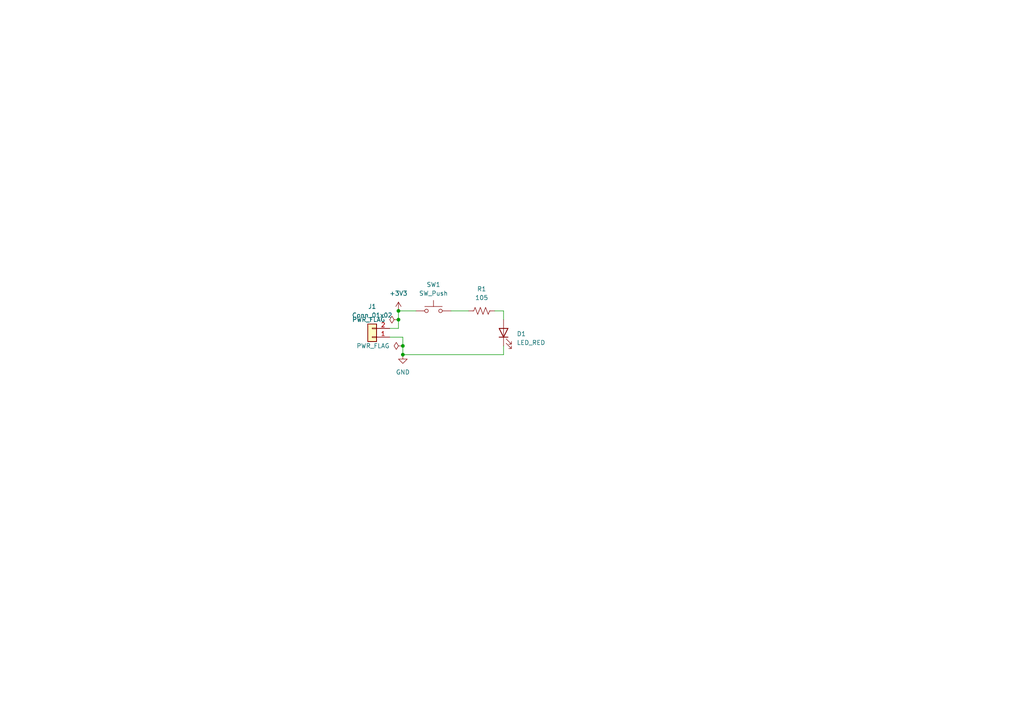
<source format=kicad_sch>
(kicad_sch (version 20231120) (generator "eeschema") (generator_version "8.0")
  (paper "A4")
  (title_block (title "LED circuit") (date "2024-09-18"))
  (lib_symbols
    (symbol "Connector_Generic:Conn_01x02" (pin_names (offset 1.016) hide)
      (property "Reference" "J" (at 0 2.54 0))
      (property "Value" "Conn_01x02" (at 0 -5.08 0))
      (symbol "Conn_01x02_1_1"
        (rectangle (start -1.27 -2.413) (end 0 -2.667) (stroke (width 0.1524)))
        (rectangle (start -1.27 0.127) (end 0 -0.127) (stroke (width 0.1524)))
        (rectangle (start -1.27 1.27) (end 1.27 -3.81) (stroke (width 0.254)) (fill (type background)))
        (pin passive line (at -5.08 0 0) (length 3.81) (name "Pin_1") (number "1"))
        (pin passive line (at -5.08 -2.54 0) (length 3.81) (name "Pin_2") (number "2"))
      )
    )
    (symbol "Device:R_US" (pin_numbers hide) (pin_names (offset 0))
      (property "Reference" "R" (at 2.54 0 90))
      (property "Value" "R_US" (at -2.54 0 90))
      (symbol "R_US_0_1"
        (polyline (pts (xy 0 -2.286) (xy 0 -2.54)))
        (polyline (pts (xy 0 2.286) (xy 0 2.54)))
        (polyline (pts (xy 0 -0.762) (xy 1.016 -1.143) (xy 0 -1.524) (xy -1.016 -1.905) (xy 0 -2.286)))
        (polyline (pts (xy 0 0.762) (xy 1.016 0.381) (xy 0 0) (xy -1.016 -0.381) (xy 0 -0.762)))
        (polyline (pts (xy 0 2.286) (xy 1.016 1.905) (xy 0 1.524) (xy -1.016 1.143) (xy 0 0.762)))
      )
      (symbol "R_US_1_1"
        (pin passive line (at 0 3.81 270) (length 1.27) (name "~") (number "1"))
        (pin passive line (at 0 -3.81 90) (length 1.27) (name "~") (number "2"))
      )
    )
    (symbol "Switch:SW_Push" (pin_numbers hide) (pin_names (offset 1.016) hide)
      (property "Reference" "SW" (at 1.27 2.54 0))
      (property "Value" "SW_Push" (at 0 -1.524 0))
      (symbol "SW_Push_0_1"
        (circle (center -2.032 0) (radius 0.508))
        (polyline (pts (xy 0 1.27) (xy 0 3.048)))
        (polyline (pts (xy 2.54 1.27) (xy -2.54 1.27)))
        (circle (center 2.032 0) (radius 0.508))
        (pin passive line (at -5.08 0 0) (length 2.54) (name "1") (number "1"))
        (pin passive line (at 5.08 0 180) (length 2.54) (name "2") (number "2"))
      )
    )
    (symbol "device:LED" (pin_numbers hide) (pin_names (offset 1.016) hide)
      (property "Reference" "D" (at 0 2.54 0))
      (property "Value" "LED" (at 0 -2.54 0))
      (symbol "LED_0_1"
        (polyline (pts (xy -1.27 -1.27) (xy -1.27 1.27)) (stroke (width 0.254)))
        (polyline (pts (xy -1.27 0) (xy 1.27 0)))
        (polyline (pts (xy 1.27 -1.27) (xy 1.27 1.27) (xy -1.27 0) (xy 1.27 -1.27)) (stroke (width 0.254)))
        (polyline (pts (xy -3.048 -0.762) (xy -4.572 -2.286) (xy -3.81 -2.286) (xy -4.572 -2.286) (xy -4.572 -1.524)))
        (polyline (pts (xy -1.778 -0.762) (xy -3.302 -2.286) (xy -2.54 -2.286) (xy -3.302 -2.286) (xy -3.302 -1.524)))
      )
      (symbol "LED_1_1"
        (pin passive line (at -3.81 0 0) (length 2.54) (name "K") (number "1"))
        (pin passive line (at 3.81 0 180) (length 2.54) (name "A") (number "2"))
      )
    )
    (symbol "power:+3V3" (power) (pin_names (offset 0))
      (property "Value" "+3V3" (at 0 3.556 0))
      (symbol "+3V3_0_1"
        (polyline (pts (xy -0.762 1.27) (xy 0 2.54)))
        (polyline (pts (xy 0 0) (xy 0 2.54)))
        (polyline (pts (xy 0 2.54) (xy 0.762 1.27)))
      )
      (symbol "+3V3_1_1"
        (pin power_in line (at 0 0 90) (length 0) hide (name "+3V3") (number "1"))
      )
    )
    (symbol "power:GND" (power) (pin_names (offset 0))
      (property "Value" "GND" (at 0 -3.81 0))
      (symbol "GND_0_1"
        (polyline (pts (xy 0 0) (xy 0 -1.27) (xy 1.27 -1.27) (xy 0 -2.54) (xy -1.27 -1.27) (xy 0 -1.27)))
      )
      (symbol "GND_1_1"
        (pin power_in line (at 0 0 270) (length 0) hide (name "GND") (number "1"))
      )
    )
    (symbol "power:PWR_FLAG" (power) (pin_numbers hide) (pin_names (offset 0) hide)
      (property "Value" "PWR_FLAG" (at 0 3.81 0))
      (symbol "PWR_FLAG_0_0"
        (pin power_out line (at 0 0 90) (length 0) (name "pwr") (number "1"))
      )
      (symbol "PWR_FLAG_0_1"
        (polyline (pts (xy 0 0) (xy 0 1.27) (xy -1.016 1.905) (xy 0 2.54) (xy 1.016 1.905) (xy 0 1.27)))
      )
    )
  )
  (junction (at 115.57 92.71))
  (junction (at 116.84 102.87))
  (junction (at 115.57 90.17))
  (junction (at 116.84 100.33))
  (wire (pts (xy 116.84 100.33) (xy 116.84 102.87)))
  (wire (pts (xy 113.03 95.25) (xy 115.57 95.25)))
  (wire (pts (xy 146.05 102.87) (xy 116.84 102.87)))
  (wire (pts (xy 115.57 92.71) (xy 115.57 95.25)))
  (wire (pts (xy 146.05 102.87) (xy 146.05 100.33)))
  (wire (pts (xy 115.57 90.17) (xy 115.57 92.71)))
  (wire (pts (xy 116.84 97.79) (xy 116.84 100.33)))
  (wire (pts (xy 146.05 90.17) (xy 146.05 92.71)))
  (wire (pts (xy 143.51 90.17) (xy 146.05 90.17)))
  (wire (pts (xy 113.03 97.79) (xy 116.84 97.79)))
  (wire (pts (xy 115.57 90.17) (xy 120.65 90.17)))
  (wire (pts (xy 130.81 90.17) (xy 135.89 90.17)))
  (symbol (lib_id "device:LED") (at 146.05 96.52 90) (unit 1)
    (property "Reference" "D1" (at 149.86 96.8374 90) (effects (justify right)))
    (property "Value" "LED_RED" (at 149.86 99.3774 90) (effects (justify right)))
    (property "Footprint" "layout:LED_0603_Symbol_on_F.SilkS" (effects (hide yes)))
    (property "Description" "Light emitting diode" (effects (hide yes)))
  )
  (symbol (lib_id "Device:R_US") (at 139.7 90.17 90) (unit 1)
    (property "Reference" "R1" (at 139.7 83.82 90))
    (property "Value" "105" (at 139.7 86.36 90))
    (property "Footprint" "Resistor_SMD:R_0603_1608Metric_Pad0.98x0.95mm_HandSolder" (effects (hide yes)))
    (property "Description" "Resistor, US symbol" (effects (hide yes)))
  )
  (symbol (lib_id "power:PWR_FLAG") (at 115.57 92.71 90) (unit 1)
    (property "Reference" "#FLG01" (effects (hide yes)))
    (property "Value" "PWR_FLAG" (at 111.76 92.7099 90) (effects (justify left)))
    (property "Description" "Special symbol for telling ERC where power comes from" (effects (hide yes)))
  )
  (symbol (lib_id "power:GND") (at 116.84 102.87 0) (unit 1)
    (property "Reference" "#PWR02" (effects (hide yes)))
    (property "Value" "GND" (at 116.84 107.95 0))
    (property "Description" "Power symbol creates a global label with name \"GND\" , ground" (effects (hide yes)))
  )
  (symbol (lib_id "power:PWR_FLAG") (at 116.84 100.33 90) (unit 1)
    (property "Reference" "#FLG02" (effects (hide yes)))
    (property "Value" "PWR_FLAG" (at 113.03 100.3299 90) (effects (justify left)))
    (property "Description" "Special symbol for telling ERC where power comes from" (effects (hide yes)))
  )
  (symbol (lib_id "Switch:SW_Push") (at 125.73 90.17 0) (unit 1)
    (property "Reference" "SW1" (at 125.73 82.55 0))
    (property "Value" "SW_Push" (at 125.73 85.09 0))
    (property "Footprint" "Button_Switch_SMD:SW_DIP_SPSTx01_Slide_6.7x4.1mm_W8.61mm_P2.54mm_LowProfile" (effects (hide yes)))
    (property "Datasheet" "https://mm.digikey.com/Volume0/opasdata/d220001/medias/docus/1104/RP3502_Series.pdf" (effects (hide yes)))
    (property "Description" "Push button switch, generic, two pins" (effects (hide yes)))
    (property "MPN" "RP3502ABLK" (effects (hide yes)))
  )
  (symbol (lib_id "power:+3V3") (at 115.57 90.17 0) (unit 1)
    (property "Reference" "#PWR01" (effects (hide yes)))
    (property "Value" "+3V3" (at 115.57 85.09 0))
    (property "Description" "Power symbol creates a global label with name \"+3V3\"" (effects (hide yes)))
  )
  (symbol (lib_id "Connector_Generic:Conn_01x02") (at 107.95 97.79 180) (unit 1)
    (property "Reference" "J1" (at 107.95 88.9 0))
    (property "Value" "Conn_01x02" (at 107.95 91.44 0))
    (property "Footprint" "Connector_Molex:Molex_CLIK-Mate_502382-0270_1x02-1MP_P1.25mm_Vertical" (effects (hide yes)))
    (property "Datasheet" "https://www.we-online.com/components/products/datasheet/61300211121.pdf" (effects (hide yes)))
    (property "Description" "Generic connector, single row, 01x02, script generated (kicad-library-utils/schlib/autogen/connector/)" (effects (hide yes)))
    (property "MPN" "61300211121" (effects (hide yes)))
  )
)
</source>
